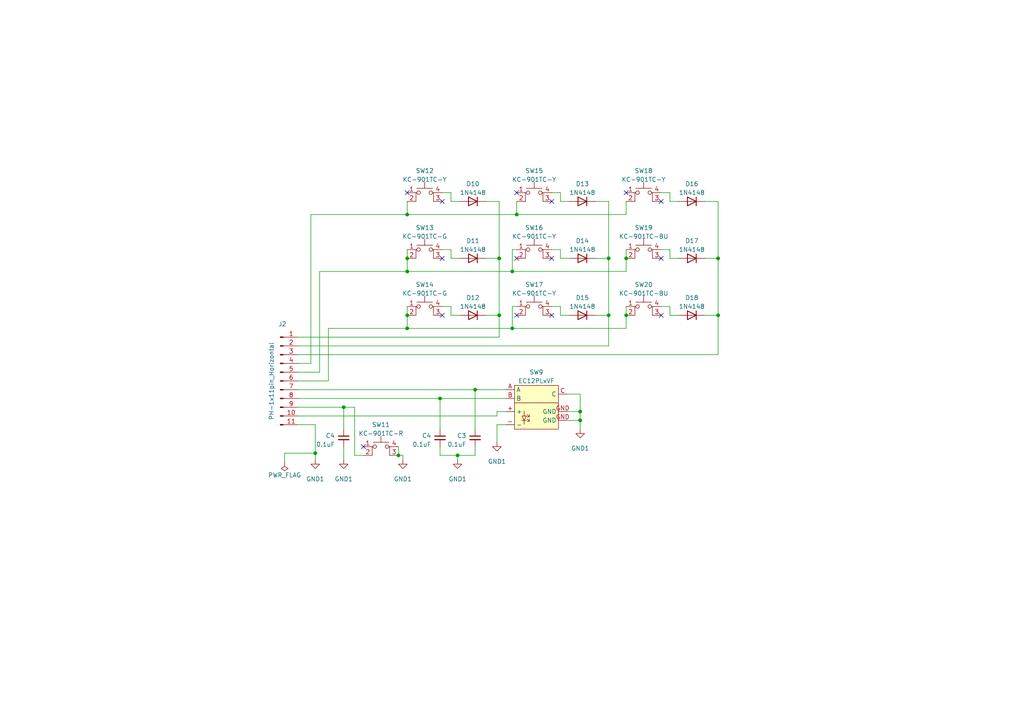
<source format=kicad_sch>
(kicad_sch (version 20230121) (generator eeschema)

  (uuid f924afb4-5240-4f6e-b66d-64e7ec2149ef)

  (paper "A4")

  (lib_symbols
    (symbol "Connector:Conn_01x11_Pin" (pin_names (offset 1.016) hide) (in_bom yes) (on_board yes)
      (property "Reference" "J" (at 0 15.24 0)
        (effects (font (size 1.27 1.27)))
      )
      (property "Value" "Conn_01x11_Pin" (at 0 -15.24 0)
        (effects (font (size 1.27 1.27)))
      )
      (property "Footprint" "" (at 0 0 0)
        (effects (font (size 1.27 1.27)) hide)
      )
      (property "Datasheet" "~" (at 0 0 0)
        (effects (font (size 1.27 1.27)) hide)
      )
      (property "ki_locked" "" (at 0 0 0)
        (effects (font (size 1.27 1.27)))
      )
      (property "ki_keywords" "connector" (at 0 0 0)
        (effects (font (size 1.27 1.27)) hide)
      )
      (property "ki_description" "Generic connector, single row, 01x11, script generated" (at 0 0 0)
        (effects (font (size 1.27 1.27)) hide)
      )
      (property "ki_fp_filters" "Connector*:*_1x??_*" (at 0 0 0)
        (effects (font (size 1.27 1.27)) hide)
      )
      (symbol "Conn_01x11_Pin_1_1"
        (polyline
          (pts
            (xy 1.27 -12.7)
            (xy 0.8636 -12.7)
          )
          (stroke (width 0.1524) (type default))
          (fill (type none))
        )
        (polyline
          (pts
            (xy 1.27 -10.16)
            (xy 0.8636 -10.16)
          )
          (stroke (width 0.1524) (type default))
          (fill (type none))
        )
        (polyline
          (pts
            (xy 1.27 -7.62)
            (xy 0.8636 -7.62)
          )
          (stroke (width 0.1524) (type default))
          (fill (type none))
        )
        (polyline
          (pts
            (xy 1.27 -5.08)
            (xy 0.8636 -5.08)
          )
          (stroke (width 0.1524) (type default))
          (fill (type none))
        )
        (polyline
          (pts
            (xy 1.27 -2.54)
            (xy 0.8636 -2.54)
          )
          (stroke (width 0.1524) (type default))
          (fill (type none))
        )
        (polyline
          (pts
            (xy 1.27 0)
            (xy 0.8636 0)
          )
          (stroke (width 0.1524) (type default))
          (fill (type none))
        )
        (polyline
          (pts
            (xy 1.27 2.54)
            (xy 0.8636 2.54)
          )
          (stroke (width 0.1524) (type default))
          (fill (type none))
        )
        (polyline
          (pts
            (xy 1.27 5.08)
            (xy 0.8636 5.08)
          )
          (stroke (width 0.1524) (type default))
          (fill (type none))
        )
        (polyline
          (pts
            (xy 1.27 7.62)
            (xy 0.8636 7.62)
          )
          (stroke (width 0.1524) (type default))
          (fill (type none))
        )
        (polyline
          (pts
            (xy 1.27 10.16)
            (xy 0.8636 10.16)
          )
          (stroke (width 0.1524) (type default))
          (fill (type none))
        )
        (polyline
          (pts
            (xy 1.27 12.7)
            (xy 0.8636 12.7)
          )
          (stroke (width 0.1524) (type default))
          (fill (type none))
        )
        (rectangle (start 0.8636 -12.573) (end 0 -12.827)
          (stroke (width 0.1524) (type default))
          (fill (type outline))
        )
        (rectangle (start 0.8636 -10.033) (end 0 -10.287)
          (stroke (width 0.1524) (type default))
          (fill (type outline))
        )
        (rectangle (start 0.8636 -7.493) (end 0 -7.747)
          (stroke (width 0.1524) (type default))
          (fill (type outline))
        )
        (rectangle (start 0.8636 -4.953) (end 0 -5.207)
          (stroke (width 0.1524) (type default))
          (fill (type outline))
        )
        (rectangle (start 0.8636 -2.413) (end 0 -2.667)
          (stroke (width 0.1524) (type default))
          (fill (type outline))
        )
        (rectangle (start 0.8636 0.127) (end 0 -0.127)
          (stroke (width 0.1524) (type default))
          (fill (type outline))
        )
        (rectangle (start 0.8636 2.667) (end 0 2.413)
          (stroke (width 0.1524) (type default))
          (fill (type outline))
        )
        (rectangle (start 0.8636 5.207) (end 0 4.953)
          (stroke (width 0.1524) (type default))
          (fill (type outline))
        )
        (rectangle (start 0.8636 7.747) (end 0 7.493)
          (stroke (width 0.1524) (type default))
          (fill (type outline))
        )
        (rectangle (start 0.8636 10.287) (end 0 10.033)
          (stroke (width 0.1524) (type default))
          (fill (type outline))
        )
        (rectangle (start 0.8636 12.827) (end 0 12.573)
          (stroke (width 0.1524) (type default))
          (fill (type outline))
        )
        (pin passive line (at 5.08 12.7 180) (length 3.81)
          (name "Pin_1" (effects (font (size 1.27 1.27))))
          (number "1" (effects (font (size 1.27 1.27))))
        )
        (pin passive line (at 5.08 -10.16 180) (length 3.81)
          (name "Pin_10" (effects (font (size 1.27 1.27))))
          (number "10" (effects (font (size 1.27 1.27))))
        )
        (pin passive line (at 5.08 -12.7 180) (length 3.81)
          (name "Pin_11" (effects (font (size 1.27 1.27))))
          (number "11" (effects (font (size 1.27 1.27))))
        )
        (pin passive line (at 5.08 10.16 180) (length 3.81)
          (name "Pin_2" (effects (font (size 1.27 1.27))))
          (number "2" (effects (font (size 1.27 1.27))))
        )
        (pin passive line (at 5.08 7.62 180) (length 3.81)
          (name "Pin_3" (effects (font (size 1.27 1.27))))
          (number "3" (effects (font (size 1.27 1.27))))
        )
        (pin passive line (at 5.08 5.08 180) (length 3.81)
          (name "Pin_4" (effects (font (size 1.27 1.27))))
          (number "4" (effects (font (size 1.27 1.27))))
        )
        (pin passive line (at 5.08 2.54 180) (length 3.81)
          (name "Pin_5" (effects (font (size 1.27 1.27))))
          (number "5" (effects (font (size 1.27 1.27))))
        )
        (pin passive line (at 5.08 0 180) (length 3.81)
          (name "Pin_6" (effects (font (size 1.27 1.27))))
          (number "6" (effects (font (size 1.27 1.27))))
        )
        (pin passive line (at 5.08 -2.54 180) (length 3.81)
          (name "Pin_7" (effects (font (size 1.27 1.27))))
          (number "7" (effects (font (size 1.27 1.27))))
        )
        (pin passive line (at 5.08 -5.08 180) (length 3.81)
          (name "Pin_8" (effects (font (size 1.27 1.27))))
          (number "8" (effects (font (size 1.27 1.27))))
        )
        (pin passive line (at 5.08 -7.62 180) (length 3.81)
          (name "Pin_9" (effects (font (size 1.27 1.27))))
          (number "9" (effects (font (size 1.27 1.27))))
        )
      )
    )
    (symbol "Device:C_Small" (pin_numbers hide) (pin_names (offset 0.254) hide) (in_bom yes) (on_board yes)
      (property "Reference" "C" (at 0.254 1.778 0)
        (effects (font (size 1.27 1.27)) (justify left))
      )
      (property "Value" "C_Small" (at 0.254 -2.032 0)
        (effects (font (size 1.27 1.27)) (justify left))
      )
      (property "Footprint" "" (at 0 0 0)
        (effects (font (size 1.27 1.27)) hide)
      )
      (property "Datasheet" "~" (at 0 0 0)
        (effects (font (size 1.27 1.27)) hide)
      )
      (property "ki_keywords" "capacitor cap" (at 0 0 0)
        (effects (font (size 1.27 1.27)) hide)
      )
      (property "ki_description" "Unpolarized capacitor, small symbol" (at 0 0 0)
        (effects (font (size 1.27 1.27)) hide)
      )
      (property "ki_fp_filters" "C_*" (at 0 0 0)
        (effects (font (size 1.27 1.27)) hide)
      )
      (symbol "C_Small_0_1"
        (polyline
          (pts
            (xy -1.524 -0.508)
            (xy 1.524 -0.508)
          )
          (stroke (width 0.3302) (type default))
          (fill (type none))
        )
        (polyline
          (pts
            (xy -1.524 0.508)
            (xy 1.524 0.508)
          )
          (stroke (width 0.3048) (type default))
          (fill (type none))
        )
      )
      (symbol "C_Small_1_1"
        (pin passive line (at 0 2.54 270) (length 2.032)
          (name "~" (effects (font (size 1.27 1.27))))
          (number "1" (effects (font (size 1.27 1.27))))
        )
        (pin passive line (at 0 -2.54 90) (length 2.032)
          (name "~" (effects (font (size 1.27 1.27))))
          (number "2" (effects (font (size 1.27 1.27))))
        )
      )
    )
    (symbol "Diode:1N4148W" (pin_numbers hide) (pin_names hide) (in_bom yes) (on_board yes)
      (property "Reference" "D" (at 0 2.54 0)
        (effects (font (size 1.27 1.27)))
      )
      (property "Value" "1N4148W" (at 0 -2.54 0)
        (effects (font (size 1.27 1.27)))
      )
      (property "Footprint" "Diode_SMD:D_SOD-123" (at 0 -4.445 0)
        (effects (font (size 1.27 1.27)) hide)
      )
      (property "Datasheet" "https://www.vishay.com/docs/85748/1n4148w.pdf" (at 0 0 0)
        (effects (font (size 1.27 1.27)) hide)
      )
      (property "Sim.Device" "D" (at 0 0 0)
        (effects (font (size 1.27 1.27)) hide)
      )
      (property "Sim.Pins" "1=K 2=A" (at 0 0 0)
        (effects (font (size 1.27 1.27)) hide)
      )
      (property "ki_keywords" "diode" (at 0 0 0)
        (effects (font (size 1.27 1.27)) hide)
      )
      (property "ki_description" "75V 0.15A Fast Switching Diode, SOD-123" (at 0 0 0)
        (effects (font (size 1.27 1.27)) hide)
      )
      (property "ki_fp_filters" "D*SOD?123*" (at 0 0 0)
        (effects (font (size 1.27 1.27)) hide)
      )
      (symbol "1N4148W_0_1"
        (polyline
          (pts
            (xy -1.27 1.27)
            (xy -1.27 -1.27)
          )
          (stroke (width 0.254) (type default))
          (fill (type none))
        )
        (polyline
          (pts
            (xy 1.27 0)
            (xy -1.27 0)
          )
          (stroke (width 0) (type default))
          (fill (type none))
        )
        (polyline
          (pts
            (xy 1.27 1.27)
            (xy 1.27 -1.27)
            (xy -1.27 0)
            (xy 1.27 1.27)
          )
          (stroke (width 0.254) (type default))
          (fill (type none))
        )
      )
      (symbol "1N4148W_1_1"
        (pin passive line (at -3.81 0 0) (length 2.54)
          (name "K" (effects (font (size 1.27 1.27))))
          (number "1" (effects (font (size 1.27 1.27))))
        )
        (pin passive line (at 3.81 0 180) (length 2.54)
          (name "A" (effects (font (size 1.27 1.27))))
          (number "2" (effects (font (size 1.27 1.27))))
        )
      )
    )
    (symbol "Switch:SW_MEC_5E" (pin_names (offset 1.016) hide) (in_bom yes) (on_board yes)
      (property "Reference" "SW" (at 0.635 5.715 0)
        (effects (font (size 1.27 1.27)) (justify left))
      )
      (property "Value" "SW_MEC_5E" (at 0 -3.175 0)
        (effects (font (size 1.27 1.27)))
      )
      (property "Footprint" "" (at 0 7.62 0)
        (effects (font (size 1.27 1.27)) hide)
      )
      (property "Datasheet" "http://www.apem.com/int/index.php?controller=attachment&id_attachment=1371" (at 0 7.62 0)
        (effects (font (size 1.27 1.27)) hide)
      )
      (property "ki_keywords" "switch normally-open pushbutton push-button" (at 0 0 0)
        (effects (font (size 1.27 1.27)) hide)
      )
      (property "ki_description" "MEC 5E single pole normally-open tactile switch" (at 0 0 0)
        (effects (font (size 1.27 1.27)) hide)
      )
      (property "ki_fp_filters" "SW*MEC*5G*" (at 0 0 0)
        (effects (font (size 1.27 1.27)) hide)
      )
      (symbol "SW_MEC_5E_0_1"
        (circle (center -1.778 2.54) (radius 0.508)
          (stroke (width 0) (type default))
          (fill (type none))
        )
        (polyline
          (pts
            (xy -2.286 3.81)
            (xy 2.286 3.81)
          )
          (stroke (width 0) (type default))
          (fill (type none))
        )
        (polyline
          (pts
            (xy 0 3.81)
            (xy 0 5.588)
          )
          (stroke (width 0) (type default))
          (fill (type none))
        )
        (polyline
          (pts
            (xy -2.54 0)
            (xy -2.54 2.54)
            (xy -2.286 2.54)
          )
          (stroke (width 0) (type default))
          (fill (type none))
        )
        (polyline
          (pts
            (xy 2.54 0)
            (xy 2.54 2.54)
            (xy 2.286 2.54)
          )
          (stroke (width 0) (type default))
          (fill (type none))
        )
        (circle (center 1.778 2.54) (radius 0.508)
          (stroke (width 0) (type default))
          (fill (type none))
        )
        (pin passive line (at -5.08 2.54 0) (length 2.54)
          (name "1" (effects (font (size 1.27 1.27))))
          (number "1" (effects (font (size 1.27 1.27))))
        )
        (pin passive line (at -5.08 0 0) (length 2.54)
          (name "2" (effects (font (size 1.27 1.27))))
          (number "2" (effects (font (size 1.27 1.27))))
        )
        (pin passive line (at 5.08 0 180) (length 2.54)
          (name "K" (effects (font (size 1.27 1.27))))
          (number "3" (effects (font (size 1.27 1.27))))
        )
        (pin passive line (at 5.08 2.54 180) (length 2.54)
          (name "A" (effects (font (size 1.27 1.27))))
          (number "4" (effects (font (size 1.27 1.27))))
        )
      )
    )
    (symbol "akizuki_rotary_encoder:EC12PLxVF" (in_bom yes) (on_board yes)
      (property "Reference" "SW" (at -3.81 7.62 0)
        (effects (font (size 1.27 1.27)))
      )
      (property "Value" "EC12PLxVF" (at 0.254 -7.874 0)
        (effects (font (size 1.27 1.27)))
      )
      (property "Footprint" "" (at -2.54 2.54 0)
        (effects (font (size 1.27 1.27)) hide)
      )
      (property "Datasheet" "" (at -2.54 2.54 0)
        (effects (font (size 1.27 1.27)) hide)
      )
      (symbol "EC12PLxVF_0_1"
        (rectangle (start -6.35 6.35) (end 6.35 -6.35)
          (stroke (width 0) (type default))
          (fill (type background))
        )
        (polyline
          (pts
            (xy 2.032 -4.064)
            (xy 2.667 -3.429)
          )
          (stroke (width 0) (type default))
          (fill (type none))
        )
        (polyline
          (pts
            (xy 2.032 -2.794)
            (xy 2.667 -2.159)
          )
          (stroke (width 0) (type default))
          (fill (type none))
        )
        (polyline
          (pts
            (xy 2.921 -3.81)
            (xy 4.191 -3.81)
          )
          (stroke (width 0) (type default))
          (fill (type none))
        )
        (polyline
          (pts
            (xy 3.556 -4.953)
            (xy 3.556 -3.81)
          )
          (stroke (width 0) (type default))
          (fill (type none))
        )
        (polyline
          (pts
            (xy 3.556 -1.143)
            (xy 3.556 -2.54)
          )
          (stroke (width 0) (type default))
          (fill (type none))
        )
        (polyline
          (pts
            (xy 6.35 1.27)
            (xy -6.35 1.27)
          )
          (stroke (width 0) (type default))
          (fill (type none))
        )
        (polyline
          (pts
            (xy 2.032 -3.429)
            (xy 2.032 -4.064)
            (xy 2.667 -4.064)
          )
          (stroke (width 0) (type default))
          (fill (type none))
        )
        (polyline
          (pts
            (xy 2.032 -2.159)
            (xy 2.032 -2.794)
            (xy 2.667 -2.794)
          )
          (stroke (width 0) (type default))
          (fill (type none))
        )
        (polyline
          (pts
            (xy 2.921 -2.54)
            (xy 4.191 -2.54)
            (xy 3.556 -3.81)
            (xy 2.921 -2.54)
          )
          (stroke (width 0) (type default))
          (fill (type none))
        )
      )
      (symbol "EC12PLxVF_1_1"
        (pin passive line (at 8.89 -1.27 180) (length 2.54)
          (name "+" (effects (font (size 1.27 1.27))))
          (number "+" (effects (font (size 1.27 1.27))))
        )
        (pin passive line (at 8.89 -5.08 180) (length 2.54)
          (name "-" (effects (font (size 1.27 1.27))))
          (number "-" (effects (font (size 1.27 1.27))))
        )
        (pin passive line (at 8.89 5.08 180) (length 2.54)
          (name "A" (effects (font (size 1.27 1.27))))
          (number "A" (effects (font (size 1.27 1.27))))
        )
        (pin passive line (at 8.89 2.54 180) (length 2.54)
          (name "B" (effects (font (size 1.27 1.27))))
          (number "B" (effects (font (size 1.27 1.27))))
        )
        (pin passive line (at -8.89 3.81 0) (length 2.54)
          (name "C" (effects (font (size 1.27 1.27))))
          (number "C" (effects (font (size 1.27 1.27))))
        )
        (pin passive line (at -8.89 -3.81 0) (length 2.54)
          (name "GND" (effects (font (size 1.27 1.27))))
          (number "GND" (effects (font (size 1.27 1.27))))
        )
        (pin passive line (at -8.89 -1.27 0) (length 2.54)
          (name "GND" (effects (font (size 1.27 1.27))))
          (number "GND" (effects (font (size 1.27 1.27))))
        )
      )
    )
    (symbol "power:GND1" (power) (pin_names (offset 0)) (in_bom yes) (on_board yes)
      (property "Reference" "#PWR" (at 0 -6.35 0)
        (effects (font (size 1.27 1.27)) hide)
      )
      (property "Value" "GND1" (at 0 -3.81 0)
        (effects (font (size 1.27 1.27)))
      )
      (property "Footprint" "" (at 0 0 0)
        (effects (font (size 1.27 1.27)) hide)
      )
      (property "Datasheet" "" (at 0 0 0)
        (effects (font (size 1.27 1.27)) hide)
      )
      (property "ki_keywords" "global power" (at 0 0 0)
        (effects (font (size 1.27 1.27)) hide)
      )
      (property "ki_description" "Power symbol creates a global label with name \"GND1\" , ground" (at 0 0 0)
        (effects (font (size 1.27 1.27)) hide)
      )
      (symbol "GND1_0_1"
        (polyline
          (pts
            (xy 0 0)
            (xy 0 -1.27)
            (xy 1.27 -1.27)
            (xy 0 -2.54)
            (xy -1.27 -1.27)
            (xy 0 -1.27)
          )
          (stroke (width 0) (type default))
          (fill (type none))
        )
      )
      (symbol "GND1_1_1"
        (pin power_in line (at 0 0 270) (length 0) hide
          (name "GND1" (effects (font (size 1.27 1.27))))
          (number "1" (effects (font (size 1.27 1.27))))
        )
      )
    )
    (symbol "power:PWR_FLAG" (power) (pin_numbers hide) (pin_names (offset 0) hide) (in_bom yes) (on_board yes)
      (property "Reference" "#FLG" (at 0 1.905 0)
        (effects (font (size 1.27 1.27)) hide)
      )
      (property "Value" "PWR_FLAG" (at 0 3.81 0)
        (effects (font (size 1.27 1.27)))
      )
      (property "Footprint" "" (at 0 0 0)
        (effects (font (size 1.27 1.27)) hide)
      )
      (property "Datasheet" "~" (at 0 0 0)
        (effects (font (size 1.27 1.27)) hide)
      )
      (property "ki_keywords" "flag power" (at 0 0 0)
        (effects (font (size 1.27 1.27)) hide)
      )
      (property "ki_description" "Special symbol for telling ERC where power comes from" (at 0 0 0)
        (effects (font (size 1.27 1.27)) hide)
      )
      (symbol "PWR_FLAG_0_0"
        (pin power_out line (at 0 0 90) (length 0)
          (name "pwr" (effects (font (size 1.27 1.27))))
          (number "1" (effects (font (size 1.27 1.27))))
        )
      )
      (symbol "PWR_FLAG_0_1"
        (polyline
          (pts
            (xy 0 0)
            (xy 0 1.27)
            (xy -1.016 1.905)
            (xy 0 2.54)
            (xy 1.016 1.905)
            (xy 0 1.27)
          )
          (stroke (width 0) (type default))
          (fill (type none))
        )
      )
    )
  )

  (junction (at 127.635 115.57) (diameter 0) (color 0 0 0 0)
    (uuid 023410e2-0148-466c-98e0-3195f06262c4)
  )
  (junction (at 208.28 74.93) (diameter 0) (color 0 0 0 0)
    (uuid 0c0fd893-5557-4c82-a688-7e04c0a0c08b)
  )
  (junction (at 144.78 74.93) (diameter 0) (color 0 0 0 0)
    (uuid 0f88c164-3139-4366-98c1-e1b80ab0cd0c)
  )
  (junction (at 118.11 62.23) (diameter 0) (color 0 0 0 0)
    (uuid 259e325e-c663-4256-a72b-2e4dbb9dfe87)
  )
  (junction (at 181.61 91.44) (diameter 0) (color 0 0 0 0)
    (uuid 279491b4-a39e-4c96-86b6-84bcf605c293)
  )
  (junction (at 115.57 132.08) (diameter 0) (color 0 0 0 0)
    (uuid 373dc394-0c0e-495e-8460-ae7c943a3bba)
  )
  (junction (at 176.53 91.44) (diameter 0) (color 0 0 0 0)
    (uuid 3742210a-bf44-4499-97de-adff9fb84257)
  )
  (junction (at 148.59 95.25) (diameter 0) (color 0 0 0 0)
    (uuid 4e049863-50de-43c3-bb34-b5bd8b946721)
  )
  (junction (at 208.28 91.44) (diameter 0) (color 0 0 0 0)
    (uuid 4ed18482-c204-4a2e-9de6-b76e9e08dec7)
  )
  (junction (at 168.275 121.92) (diameter 0) (color 0 0 0 0)
    (uuid 4f7bbe92-39e6-453c-b28e-35bcc21cfccc)
  )
  (junction (at 118.11 78.74) (diameter 0) (color 0 0 0 0)
    (uuid 6069d1d6-ce26-4f65-a622-0a8dc4ab2ac2)
  )
  (junction (at 149.86 62.23) (diameter 0) (color 0 0 0 0)
    (uuid 6122d935-c2db-4762-941a-5e17646bf1fd)
  )
  (junction (at 91.44 131.445) (diameter 0) (color 0 0 0 0)
    (uuid 66b1e56d-7bf1-4bdc-b469-2176baaea3f9)
  )
  (junction (at 99.695 118.11) (diameter 0) (color 0 0 0 0)
    (uuid 6eab02fa-ac99-4116-a278-06cbacd92425)
  )
  (junction (at 181.61 74.93) (diameter 0) (color 0 0 0 0)
    (uuid 7173d2a7-040c-4eae-8a9e-852cac2f317c)
  )
  (junction (at 118.11 91.44) (diameter 0) (color 0 0 0 0)
    (uuid 7944cd7f-61b3-48db-97e7-6b2dedf2ffc1)
  )
  (junction (at 176.53 74.93) (diameter 0) (color 0 0 0 0)
    (uuid b676ba76-dcbf-4f0d-b379-472cf897dace)
  )
  (junction (at 148.59 78.74) (diameter 0) (color 0 0 0 0)
    (uuid cb0c330c-d246-4951-ab1a-90a6ae5bc66b)
  )
  (junction (at 137.795 113.03) (diameter 0) (color 0 0 0 0)
    (uuid d1b1172a-e935-4b1f-a54c-9162cd66f08e)
  )
  (junction (at 118.11 95.25) (diameter 0) (color 0 0 0 0)
    (uuid d8f8abc7-31b1-474a-8098-d10a333fd6ac)
  )
  (junction (at 144.78 91.44) (diameter 0) (color 0 0 0 0)
    (uuid df42b50b-2333-4cac-9b1c-79b51557c9c4)
  )
  (junction (at 168.275 119.38) (diameter 0) (color 0 0 0 0)
    (uuid e9862ed2-0764-4f4b-964b-dfdc93441eec)
  )
  (junction (at 118.11 74.93) (diameter 0) (color 0 0 0 0)
    (uuid f4f3ed87-57fb-4736-a0c7-d8055afdfb3c)
  )
  (junction (at 132.715 132.08) (diameter 0) (color 0 0 0 0)
    (uuid f62d45c9-a946-47ca-a729-68f8b93cde0c)
  )

  (no_connect (at 118.11 55.88) (uuid 04f74045-930e-438b-8daf-bc343fd4ec81))
  (no_connect (at 105.41 129.54) (uuid 0740f621-3bd7-4c63-a33d-562e07050541))
  (no_connect (at 191.77 91.44) (uuid 0d5468ae-0e69-4088-b79b-751cc0a37c1b))
  (no_connect (at 128.27 91.44) (uuid 280db7ea-1da2-48b3-b2ac-72a1e9963ca4))
  (no_connect (at 128.27 74.93) (uuid 294ae2f9-876d-42db-b138-8baa993daff9))
  (no_connect (at 191.77 74.93) (uuid 315deb73-e9ec-49a6-a59d-71a9be81f6d5))
  (no_connect (at 160.02 58.42) (uuid 3b8f559f-8156-4073-bc93-32675e60ef97))
  (no_connect (at 191.77 58.42) (uuid 3d1d632c-5cdb-4e91-8fc8-af4369779097))
  (no_connect (at 149.86 74.93) (uuid 4cb30fd8-5dd6-4e1d-97ec-4321d134e2f0))
  (no_connect (at 181.61 55.88) (uuid 66680e51-81eb-48b8-bdb6-b420ee0ae3a6))
  (no_connect (at 149.86 55.88) (uuid 827f43d4-8f65-486d-8063-97083d51e1cc))
  (no_connect (at 149.86 91.44) (uuid c4954ec0-e732-4a7d-8dfa-d4a2ee3e32bb))
  (no_connect (at 160.02 74.93) (uuid f3bd1974-6364-4883-8ee0-b055947f4379))
  (no_connect (at 160.02 91.44) (uuid f51a9203-c66e-4ff9-ae07-71185b64646b))
  (no_connect (at 128.27 58.42) (uuid ff6a1415-c551-41dc-874b-0695e4f970f8))

  (wire (pts (xy 144.78 97.79) (xy 144.78 91.44))
    (stroke (width 0) (type default))
    (uuid 000829ca-07ad-49cb-80fe-f3d60863686e)
  )
  (wire (pts (xy 176.53 74.93) (xy 176.53 91.44))
    (stroke (width 0) (type default))
    (uuid 04398f55-535d-4aca-99a7-e9a45a26efc6)
  )
  (wire (pts (xy 176.53 58.42) (xy 176.53 74.93))
    (stroke (width 0) (type default))
    (uuid 051f9621-305a-4c39-ac06-eb0f1d1b73a1)
  )
  (wire (pts (xy 194.31 55.88) (xy 194.31 58.42))
    (stroke (width 0) (type default))
    (uuid 0ec0351f-1bb8-40c1-a3f0-a40ff7b270fe)
  )
  (wire (pts (xy 162.56 55.88) (xy 160.02 55.88))
    (stroke (width 0) (type default))
    (uuid 102df566-31ac-4775-bc88-816788b80e7f)
  )
  (wire (pts (xy 194.31 91.44) (xy 196.85 91.44))
    (stroke (width 0) (type default))
    (uuid 10539e99-47f8-4371-975a-a30c27ee3128)
  )
  (wire (pts (xy 149.86 62.23) (xy 181.61 62.23))
    (stroke (width 0) (type default))
    (uuid 17086040-9527-41a4-9d1a-69a1dc8838a5)
  )
  (wire (pts (xy 86.36 113.03) (xy 137.795 113.03))
    (stroke (width 0) (type default))
    (uuid 19ba3121-4f01-4a4d-b8b7-0c7697b30758)
  )
  (wire (pts (xy 162.56 88.9) (xy 162.56 91.44))
    (stroke (width 0) (type default))
    (uuid 1b3f4c1a-8c9f-4b89-84ac-5733afaae012)
  )
  (wire (pts (xy 82.55 133.985) (xy 82.55 131.445))
    (stroke (width 0) (type default))
    (uuid 1bfc8aa0-c355-489b-a4bb-e1c1096b792d)
  )
  (wire (pts (xy 168.275 121.92) (xy 168.275 124.46))
    (stroke (width 0) (type default))
    (uuid 1d575d4c-b6ad-4d31-866c-8abe7881b7ab)
  )
  (wire (pts (xy 130.81 72.39) (xy 128.27 72.39))
    (stroke (width 0) (type default))
    (uuid 279dddfc-4f2c-467b-bb59-e906c515989c)
  )
  (wire (pts (xy 99.695 118.11) (xy 99.695 124.46))
    (stroke (width 0) (type default))
    (uuid 2a2e2c53-b363-4ceb-8952-45c6ed246f08)
  )
  (wire (pts (xy 146.685 123.19) (xy 144.145 123.19))
    (stroke (width 0) (type default))
    (uuid 2bc31e17-0215-4432-a281-dcc457e0811f)
  )
  (wire (pts (xy 172.72 58.42) (xy 176.53 58.42))
    (stroke (width 0) (type default))
    (uuid 2ca1753a-452a-4efa-b8e4-2e700585901c)
  )
  (wire (pts (xy 102.87 118.11) (xy 102.87 132.08))
    (stroke (width 0) (type default))
    (uuid 30ced00c-7d42-4a69-af74-d58d2f702ef9)
  )
  (wire (pts (xy 168.275 114.3) (xy 168.275 119.38))
    (stroke (width 0) (type default))
    (uuid 30d0d41f-f84c-4585-84f8-ae8492edd29d)
  )
  (wire (pts (xy 82.55 131.445) (xy 91.44 131.445))
    (stroke (width 0) (type default))
    (uuid 399a4fb4-491c-4377-ad2b-114830bb0e03)
  )
  (wire (pts (xy 148.59 88.9) (xy 149.86 88.9))
    (stroke (width 0) (type default))
    (uuid 3e4cf823-59fe-4394-ab26-a0026462a823)
  )
  (wire (pts (xy 144.145 119.38) (xy 146.685 119.38))
    (stroke (width 0) (type default))
    (uuid 3fb76455-69c9-454c-966d-482a472dc2c3)
  )
  (wire (pts (xy 137.795 113.03) (xy 137.795 124.46))
    (stroke (width 0) (type default))
    (uuid 4462f1b8-9a82-4879-885e-ca1d60f12c4a)
  )
  (wire (pts (xy 86.36 120.65) (xy 144.145 120.65))
    (stroke (width 0) (type default))
    (uuid 44927cd8-40ea-4cb9-bde6-5d8a675a72fd)
  )
  (wire (pts (xy 176.53 91.44) (xy 172.72 91.44))
    (stroke (width 0) (type default))
    (uuid 44c610e2-6479-4b54-951a-640f43be3649)
  )
  (wire (pts (xy 92.71 107.95) (xy 92.71 78.74))
    (stroke (width 0) (type default))
    (uuid 461b1bfb-98bd-48ff-b8c2-84449535bd32)
  )
  (wire (pts (xy 140.97 74.93) (xy 144.78 74.93))
    (stroke (width 0) (type default))
    (uuid 49c29d4b-0c33-4c50-94be-67bf15c51f2a)
  )
  (wire (pts (xy 130.81 55.88) (xy 128.27 55.88))
    (stroke (width 0) (type default))
    (uuid 4c35b86c-ec8a-401d-861d-51305ef0fe67)
  )
  (wire (pts (xy 86.36 115.57) (xy 127.635 115.57))
    (stroke (width 0) (type default))
    (uuid 4e877638-e53a-427b-a727-f63d80801f8f)
  )
  (wire (pts (xy 194.31 58.42) (xy 196.85 58.42))
    (stroke (width 0) (type default))
    (uuid 4eb4fcdf-6f14-4a44-9b8a-f981504b65e1)
  )
  (wire (pts (xy 194.31 74.93) (xy 196.85 74.93))
    (stroke (width 0) (type default))
    (uuid 52a868cf-be78-41fd-bc03-7779ecfb6d33)
  )
  (wire (pts (xy 99.695 118.11) (xy 102.87 118.11))
    (stroke (width 0) (type default))
    (uuid 532a8670-31f7-41e0-b9ec-4d527590dcf5)
  )
  (wire (pts (xy 148.59 88.9) (xy 148.59 95.25))
    (stroke (width 0) (type default))
    (uuid 5338da9b-cada-4f15-8c1e-7afd1aae61e8)
  )
  (wire (pts (xy 86.36 105.41) (xy 90.17 105.41))
    (stroke (width 0) (type default))
    (uuid 54bc6b29-2c07-4ecd-b2d7-aa8aceaa752d)
  )
  (wire (pts (xy 144.78 58.42) (xy 144.78 74.93))
    (stroke (width 0) (type default))
    (uuid 54d6cd09-3236-44ad-92cb-36c18e4bc435)
  )
  (wire (pts (xy 168.275 119.38) (xy 168.275 121.92))
    (stroke (width 0) (type default))
    (uuid 550a918d-a9cf-4b0c-b8ee-c6dac3dcc254)
  )
  (wire (pts (xy 137.795 113.03) (xy 146.685 113.03))
    (stroke (width 0) (type default))
    (uuid 58d14f08-558c-410c-8a35-992d8e03e750)
  )
  (wire (pts (xy 127.635 129.54) (xy 127.635 132.08))
    (stroke (width 0) (type default))
    (uuid 5a818fa5-0fc2-4797-9bf0-049ee5029f5f)
  )
  (wire (pts (xy 144.145 120.65) (xy 144.145 119.38))
    (stroke (width 0) (type default))
    (uuid 5fa262ff-fec2-4d11-ab12-614bc5a131da)
  )
  (wire (pts (xy 148.59 95.25) (xy 181.61 95.25))
    (stroke (width 0) (type default))
    (uuid 64d273e2-2928-4270-9fa0-e3d213fb80bb)
  )
  (wire (pts (xy 118.11 95.25) (xy 148.59 95.25))
    (stroke (width 0) (type default))
    (uuid 6582e210-0aa8-4cf3-8be6-399599ddd0cf)
  )
  (wire (pts (xy 181.61 72.39) (xy 181.61 74.93))
    (stroke (width 0) (type default))
    (uuid 69e58bd1-280e-4ea4-93db-ada310d25cd7)
  )
  (wire (pts (xy 181.61 78.74) (xy 181.61 74.93))
    (stroke (width 0) (type default))
    (uuid 6d75ee90-2427-4e9f-b237-273f26ce593b)
  )
  (wire (pts (xy 90.17 62.23) (xy 118.11 62.23))
    (stroke (width 0) (type default))
    (uuid 70119556-8fcf-4d24-8414-bf45b25281c8)
  )
  (wire (pts (xy 86.36 123.19) (xy 91.44 123.19))
    (stroke (width 0) (type default))
    (uuid 71584603-6835-4114-8743-4d8395a50d3e)
  )
  (wire (pts (xy 86.36 118.11) (xy 99.695 118.11))
    (stroke (width 0) (type default))
    (uuid 7973ce59-74af-4c00-b091-5488811b30fc)
  )
  (wire (pts (xy 172.72 74.93) (xy 176.53 74.93))
    (stroke (width 0) (type default))
    (uuid 7cdb6153-fce6-4b6f-bc9c-71ab770705c2)
  )
  (wire (pts (xy 118.11 58.42) (xy 118.11 62.23))
    (stroke (width 0) (type default))
    (uuid 7e1f0fa9-282d-443f-aad4-27bc0c75f6df)
  )
  (wire (pts (xy 132.715 132.08) (xy 132.715 133.35))
    (stroke (width 0) (type default))
    (uuid 7e9fbe12-7736-4640-94a1-d98563fecb0d)
  )
  (wire (pts (xy 130.81 72.39) (xy 130.81 74.93))
    (stroke (width 0) (type default))
    (uuid 82fd8efe-8bd2-4219-bde2-f4383f845f78)
  )
  (wire (pts (xy 204.47 74.93) (xy 208.28 74.93))
    (stroke (width 0) (type default))
    (uuid 876b6084-5e9e-4ccc-9495-90182b0b67b5)
  )
  (wire (pts (xy 176.53 100.33) (xy 176.53 91.44))
    (stroke (width 0) (type default))
    (uuid 8893aa67-d492-46ed-913c-3d421459694a)
  )
  (wire (pts (xy 194.31 55.88) (xy 191.77 55.88))
    (stroke (width 0) (type default))
    (uuid 88d074f4-6da5-44c8-9b8e-5217da3589b5)
  )
  (wire (pts (xy 149.86 58.42) (xy 149.86 62.23))
    (stroke (width 0) (type default))
    (uuid 8a1254d1-c436-4ce9-8258-e10df748ca9b)
  )
  (wire (pts (xy 162.56 74.93) (xy 165.1 74.93))
    (stroke (width 0) (type default))
    (uuid 8bb5e4ec-33bd-4e71-aa35-692dcb2c8fd3)
  )
  (wire (pts (xy 127.635 124.46) (xy 127.635 115.57))
    (stroke (width 0) (type default))
    (uuid 8feaf997-0f61-4423-b417-875bad0860f6)
  )
  (wire (pts (xy 91.44 123.19) (xy 91.44 131.445))
    (stroke (width 0) (type default))
    (uuid 9299c8c9-5e4b-4852-a16c-454d99b34640)
  )
  (wire (pts (xy 118.11 62.23) (xy 149.86 62.23))
    (stroke (width 0) (type default))
    (uuid 9355becb-b60a-4b43-b0a5-7cad9adffd6a)
  )
  (wire (pts (xy 127.635 115.57) (xy 146.685 115.57))
    (stroke (width 0) (type default))
    (uuid 93c47fc4-7abc-414a-8772-4beedd20b2fb)
  )
  (wire (pts (xy 118.11 88.9) (xy 118.11 91.44))
    (stroke (width 0) (type default))
    (uuid 949dc2f3-689d-443a-ab0d-80b480ab6be0)
  )
  (wire (pts (xy 130.81 58.42) (xy 133.35 58.42))
    (stroke (width 0) (type default))
    (uuid 94bb7fc4-f96b-44f3-9a13-9fc241374efd)
  )
  (wire (pts (xy 92.71 78.74) (xy 118.11 78.74))
    (stroke (width 0) (type default))
    (uuid 9b849556-2103-4cfe-8762-eceaeac4bd44)
  )
  (wire (pts (xy 148.59 72.39) (xy 148.59 78.74))
    (stroke (width 0) (type default))
    (uuid 9da0f241-9d0e-4442-b929-dc5e3a130d35)
  )
  (wire (pts (xy 95.25 95.25) (xy 118.11 95.25))
    (stroke (width 0) (type default))
    (uuid 9dbf96e6-316d-4e2c-b46f-49e4841eb042)
  )
  (wire (pts (xy 162.56 91.44) (xy 165.1 91.44))
    (stroke (width 0) (type default))
    (uuid 9ea6a7b5-3144-45d8-a69f-609e61cfe80e)
  )
  (wire (pts (xy 194.31 72.39) (xy 191.77 72.39))
    (stroke (width 0) (type default))
    (uuid a3da3643-09ff-4d14-9ef8-bc0df31fbe09)
  )
  (wire (pts (xy 130.81 88.9) (xy 128.27 88.9))
    (stroke (width 0) (type default))
    (uuid a517a3a1-4b82-45c7-a042-90349cff4984)
  )
  (wire (pts (xy 164.465 121.92) (xy 168.275 121.92))
    (stroke (width 0) (type default))
    (uuid a64ef967-8899-478d-b810-2be54c2df1cf)
  )
  (wire (pts (xy 118.11 72.39) (xy 118.11 74.93))
    (stroke (width 0) (type default))
    (uuid a8a2af2d-af81-405b-9c95-c5d45a454683)
  )
  (wire (pts (xy 162.56 55.88) (xy 162.56 58.42))
    (stroke (width 0) (type default))
    (uuid ac262150-3c40-4f5b-8b11-47da57bf08d1)
  )
  (wire (pts (xy 86.36 97.79) (xy 144.78 97.79))
    (stroke (width 0) (type default))
    (uuid ac544952-e65d-4b15-aa64-94048a285e2f)
  )
  (wire (pts (xy 86.36 107.95) (xy 92.71 107.95))
    (stroke (width 0) (type default))
    (uuid adc71ae8-32a5-4fc9-bd76-7c645b925e82)
  )
  (wire (pts (xy 144.78 74.93) (xy 144.78 91.44))
    (stroke (width 0) (type default))
    (uuid b28e825d-57a6-4381-b3d4-783df6a53420)
  )
  (wire (pts (xy 102.87 132.08) (xy 105.41 132.08))
    (stroke (width 0) (type default))
    (uuid b30eb807-a51d-4c96-ba03-966737653032)
  )
  (wire (pts (xy 194.31 72.39) (xy 194.31 74.93))
    (stroke (width 0) (type default))
    (uuid b4aa6650-39f7-4fde-8a6e-54be829708af)
  )
  (wire (pts (xy 86.36 102.87) (xy 208.28 102.87))
    (stroke (width 0) (type default))
    (uuid b8faa991-f141-41e6-8413-996564b8a07f)
  )
  (wire (pts (xy 162.56 88.9) (xy 160.02 88.9))
    (stroke (width 0) (type default))
    (uuid bcb88cd2-867b-45b8-984c-297018444106)
  )
  (wire (pts (xy 130.81 91.44) (xy 133.35 91.44))
    (stroke (width 0) (type default))
    (uuid bed64089-5228-4dae-9b25-a7a112990e9e)
  )
  (wire (pts (xy 204.47 58.42) (xy 208.28 58.42))
    (stroke (width 0) (type default))
    (uuid c1722ecf-15f3-4cfc-a89d-221d924fcb2d)
  )
  (wire (pts (xy 86.36 100.33) (xy 176.53 100.33))
    (stroke (width 0) (type default))
    (uuid c1ec2929-609e-4f7c-8aa9-ce144369fc17)
  )
  (wire (pts (xy 144.78 91.44) (xy 140.97 91.44))
    (stroke (width 0) (type default))
    (uuid c2125d43-55b0-460b-924b-e9afa7edc4e7)
  )
  (wire (pts (xy 118.11 74.93) (xy 118.11 78.74))
    (stroke (width 0) (type default))
    (uuid c27b0928-2383-41f9-af71-31ff6e0b88b3)
  )
  (wire (pts (xy 137.795 132.08) (xy 132.715 132.08))
    (stroke (width 0) (type default))
    (uuid c34bc81e-279a-463f-a84c-f8ac8565cd44)
  )
  (wire (pts (xy 90.17 105.41) (xy 90.17 62.23))
    (stroke (width 0) (type default))
    (uuid c3c38837-0a98-42cb-a450-f2bbda9cad7c)
  )
  (wire (pts (xy 130.81 88.9) (xy 130.81 91.44))
    (stroke (width 0) (type default))
    (uuid c733dae0-a20e-44d1-a972-b45e94d97507)
  )
  (wire (pts (xy 208.28 91.44) (xy 204.47 91.44))
    (stroke (width 0) (type default))
    (uuid c9549bf5-b23a-487d-8fb5-d896f9a6ea64)
  )
  (wire (pts (xy 118.11 78.74) (xy 148.59 78.74))
    (stroke (width 0) (type default))
    (uuid caa8b665-46ad-4110-a1e3-da63ca3343e8)
  )
  (wire (pts (xy 118.11 91.44) (xy 118.11 95.25))
    (stroke (width 0) (type default))
    (uuid cd912c20-8e1c-4978-9a4f-e165e93a6e61)
  )
  (wire (pts (xy 181.61 62.23) (xy 181.61 58.42))
    (stroke (width 0) (type default))
    (uuid cdb2df8f-d20f-47cd-a245-bc4af6e70673)
  )
  (wire (pts (xy 208.28 74.93) (xy 208.28 91.44))
    (stroke (width 0) (type default))
    (uuid d00dc5d5-984e-4624-adaa-2541ee1aa25d)
  )
  (wire (pts (xy 162.56 72.39) (xy 160.02 72.39))
    (stroke (width 0) (type default))
    (uuid d0c76073-98b6-4b48-ac0a-2ca15c335b1e)
  )
  (wire (pts (xy 116.84 132.08) (xy 116.84 133.35))
    (stroke (width 0) (type default))
    (uuid d15f2e7a-cef0-4f95-a32f-4e37594638e2)
  )
  (wire (pts (xy 162.56 72.39) (xy 162.56 74.93))
    (stroke (width 0) (type default))
    (uuid d25067b6-c27e-45de-8ab6-c2e97b0acdcf)
  )
  (wire (pts (xy 140.97 58.42) (xy 144.78 58.42))
    (stroke (width 0) (type default))
    (uuid d5a5691c-9dc4-4a8a-b2e8-429268f87085)
  )
  (wire (pts (xy 115.57 132.08) (xy 116.84 132.08))
    (stroke (width 0) (type default))
    (uuid db4440e1-ad20-4cf8-be96-473d4f24c1ca)
  )
  (wire (pts (xy 86.36 110.49) (xy 95.25 110.49))
    (stroke (width 0) (type default))
    (uuid dc1ca110-eaa9-4144-beda-106ebe02764c)
  )
  (wire (pts (xy 181.61 95.25) (xy 181.61 91.44))
    (stroke (width 0) (type default))
    (uuid dd27b37a-6943-4c79-9cf7-9d51fccebe73)
  )
  (wire (pts (xy 181.61 88.9) (xy 181.61 91.44))
    (stroke (width 0) (type default))
    (uuid e3971392-51e4-4de4-86e5-a721fe48621f)
  )
  (wire (pts (xy 144.145 123.19) (xy 144.145 128.27))
    (stroke (width 0) (type default))
    (uuid e3b50762-2c72-4a04-9b44-ac903ace80e1)
  )
  (wire (pts (xy 208.28 58.42) (xy 208.28 74.93))
    (stroke (width 0) (type default))
    (uuid e4668538-46f1-4238-bcb7-32346c3ec2ff)
  )
  (wire (pts (xy 148.59 78.74) (xy 181.61 78.74))
    (stroke (width 0) (type default))
    (uuid e6a9e78e-dfe0-4a69-a41b-1aa3a6c1ca5c)
  )
  (wire (pts (xy 164.465 114.3) (xy 168.275 114.3))
    (stroke (width 0) (type default))
    (uuid e75d5ece-7c52-4064-bb65-863a65a01913)
  )
  (wire (pts (xy 130.81 74.93) (xy 133.35 74.93))
    (stroke (width 0) (type default))
    (uuid e7aa333a-6f31-4300-a702-119992c633ca)
  )
  (wire (pts (xy 130.81 55.88) (xy 130.81 58.42))
    (stroke (width 0) (type default))
    (uuid e93a513a-2ff7-4ce4-92ba-a0c8b9a7a357)
  )
  (wire (pts (xy 164.465 119.38) (xy 168.275 119.38))
    (stroke (width 0) (type default))
    (uuid e9beeeff-a509-4032-a41b-4eead382682d)
  )
  (wire (pts (xy 127.635 132.08) (xy 132.715 132.08))
    (stroke (width 0) (type default))
    (uuid eb58212c-4b71-425a-b250-65ade1c8dcca)
  )
  (wire (pts (xy 194.31 88.9) (xy 194.31 91.44))
    (stroke (width 0) (type default))
    (uuid ed24a990-91c4-48f0-ba01-beac1d24a464)
  )
  (wire (pts (xy 99.695 129.54) (xy 99.695 133.35))
    (stroke (width 0) (type default))
    (uuid ed985f2b-bb77-4396-9213-73b146227699)
  )
  (wire (pts (xy 91.44 131.445) (xy 91.44 133.35))
    (stroke (width 0) (type default))
    (uuid f0a74959-d07b-4c80-a00c-cec8b27e6169)
  )
  (wire (pts (xy 194.31 88.9) (xy 191.77 88.9))
    (stroke (width 0) (type default))
    (uuid f1243d9f-57c7-4899-9a2a-31d7251f726e)
  )
  (wire (pts (xy 95.25 110.49) (xy 95.25 95.25))
    (stroke (width 0) (type default))
    (uuid f2f5cbab-acd4-4b2f-806c-79da677dbcdd)
  )
  (wire (pts (xy 148.59 72.39) (xy 149.86 72.39))
    (stroke (width 0) (type default))
    (uuid f3a59388-d1e1-4562-85e0-539d25203b22)
  )
  (wire (pts (xy 208.28 102.87) (xy 208.28 91.44))
    (stroke (width 0) (type default))
    (uuid fa2f348b-217a-487c-8ad1-014166153f9f)
  )
  (wire (pts (xy 137.795 129.54) (xy 137.795 132.08))
    (stroke (width 0) (type default))
    (uuid fa78707c-b70c-4b2c-98d8-b48349f2762f)
  )
  (wire (pts (xy 162.56 58.42) (xy 165.1 58.42))
    (stroke (width 0) (type default))
    (uuid fbd0a444-1e2e-4c1a-9ad6-a6b01659686a)
  )
  (wire (pts (xy 115.57 129.54) (xy 115.57 132.08))
    (stroke (width 0) (type default))
    (uuid fed032c5-4e8a-401e-8200-7433038fe3a0)
  )

  (symbol (lib_id "Switch:SW_MEC_5E") (at 186.69 91.44 0) (unit 1)
    (in_bom yes) (on_board yes) (dnp no) (fields_autoplaced)
    (uuid 0227607b-acbc-4367-98a0-c01d87c89582)
    (property "Reference" "SW20" (at 186.69 82.55 0)
      (effects (font (size 1.27 1.27)))
    )
    (property "Value" "KC-901TC-BU" (at 186.69 85.09 0)
      (effects (font (size 1.27 1.27)))
    )
    (property "Footprint" "marutsu_eol:KC-901TC-BU" (at 186.69 83.82 0)
      (effects (font (size 1.27 1.27)) hide)
    )
    (property "Datasheet" "http://www.apem.com/int/index.php?controller=attachment&id_attachment=1371" (at 186.69 83.82 0)
      (effects (font (size 1.27 1.27)) hide)
    )
    (pin "1" (uuid 33511417-a783-488b-bbd2-d79261c23a48))
    (pin "2" (uuid 3bc525f5-c415-4714-bf6e-72c2d8d18553))
    (pin "3" (uuid ebc8ea71-cc59-4682-a497-865943baef51))
    (pin "4" (uuid 65a378d7-001b-478f-b24e-7dd63a25eea7))
    (instances
      (project "main"
        (path "/5093e136-bc6a-448f-8bb7-a029192fbd84"
          (reference "SW20") (unit 1)
        )
        (path "/5093e136-bc6a-448f-8bb7-a029192fbd84/6fa9678a-789e-489e-b3c4-45ddfaa247ec"
          (reference "SW12") (unit 1)
        )
      )
    )
  )

  (symbol (lib_id "Device:C_Small") (at 127.635 127 0) (mirror y) (unit 1)
    (in_bom yes) (on_board yes) (dnp no) (fields_autoplaced)
    (uuid 1aef835a-01fd-4a93-9c20-bbc7a65ff132)
    (property "Reference" "C4" (at 125.095 126.3713 0)
      (effects (font (size 1.27 1.27)) (justify left))
    )
    (property "Value" "0.1uF" (at 125.095 128.9113 0)
      (effects (font (size 1.27 1.27)) (justify left))
    )
    (property "Footprint" "Capacitor_SMD:C_0603_1608Metric" (at 127.635 127 0)
      (effects (font (size 1.27 1.27)) hide)
    )
    (property "Datasheet" "~" (at 127.635 127 0)
      (effects (font (size 1.27 1.27)) hide)
    )
    (pin "1" (uuid 37a8eede-f3b0-4946-8cdd-6c9f2f842910))
    (pin "2" (uuid ec94e044-20a4-4656-84f5-784209e1957e))
    (instances
      (project "main"
        (path "/5093e136-bc6a-448f-8bb7-a029192fbd84"
          (reference "C4") (unit 1)
        )
        (path "/5093e136-bc6a-448f-8bb7-a029192fbd84/6fa9678a-789e-489e-b3c4-45ddfaa247ec"
          (reference "C5") (unit 1)
        )
      )
    )
  )

  (symbol (lib_id "Device:C_Small") (at 99.695 127 0) (mirror y) (unit 1)
    (in_bom yes) (on_board yes) (dnp no) (fields_autoplaced)
    (uuid 1c897b17-e527-4f9c-8e54-c62202b2bd5f)
    (property "Reference" "C4" (at 97.155 126.3713 0)
      (effects (font (size 1.27 1.27)) (justify left))
    )
    (property "Value" "0.1uF" (at 97.155 128.9113 0)
      (effects (font (size 1.27 1.27)) (justify left))
    )
    (property "Footprint" "Capacitor_SMD:C_0603_1608Metric" (at 99.695 127 0)
      (effects (font (size 1.27 1.27)) hide)
    )
    (property "Datasheet" "~" (at 99.695 127 0)
      (effects (font (size 1.27 1.27)) hide)
    )
    (pin "1" (uuid 844b0cae-a19c-4a29-b62d-7a32b1bd4499))
    (pin "2" (uuid cf93a87e-df4f-4e4c-86bd-b87191d8b4a4))
    (instances
      (project "main"
        (path "/5093e136-bc6a-448f-8bb7-a029192fbd84"
          (reference "C4") (unit 1)
        )
        (path "/5093e136-bc6a-448f-8bb7-a029192fbd84/6fa9678a-789e-489e-b3c4-45ddfaa247ec"
          (reference "C4") (unit 1)
        )
      )
    )
  )

  (symbol (lib_id "Diode:1N4148W") (at 168.91 74.93 0) (mirror y) (unit 1)
    (in_bom yes) (on_board yes) (dnp no)
    (uuid 1ebce902-2984-45f0-9b66-a9f0bc1eea6c)
    (property "Reference" "D14" (at 168.91 69.85 0)
      (effects (font (size 1.27 1.27)))
    )
    (property "Value" "1N4148" (at 168.91 72.39 0)
      (effects (font (size 1.27 1.27)))
    )
    (property "Footprint" "Diode_SMD:D_SOD-123" (at 168.91 79.375 0)
      (effects (font (size 1.27 1.27)) hide)
    )
    (property "Datasheet" "https://www.vishay.com/docs/85748/1n4148w.pdf" (at 168.91 74.93 0)
      (effects (font (size 1.27 1.27)) hide)
    )
    (property "Sim.Device" "D" (at 168.91 74.93 0)
      (effects (font (size 1.27 1.27)) hide)
    )
    (property "Sim.Pins" "1=K 2=A" (at 168.91 74.93 0)
      (effects (font (size 1.27 1.27)) hide)
    )
    (pin "1" (uuid 4bb134f9-333d-45fe-94f7-2a0b7f71a386))
    (pin "2" (uuid f021d571-c310-4079-9d43-eafa07b710ce))
    (instances
      (project "main"
        (path "/5093e136-bc6a-448f-8bb7-a029192fbd84"
          (reference "D14") (unit 1)
        )
        (path "/5093e136-bc6a-448f-8bb7-a029192fbd84/6fa9678a-789e-489e-b3c4-45ddfaa247ec"
          (reference "D5") (unit 1)
        )
      )
    )
  )

  (symbol (lib_id "Switch:SW_MEC_5E") (at 186.69 58.42 0) (unit 1)
    (in_bom yes) (on_board yes) (dnp no) (fields_autoplaced)
    (uuid 2a027135-a110-48c0-8665-492192bc4118)
    (property "Reference" "SW18" (at 186.69 49.53 0)
      (effects (font (size 1.27 1.27)))
    )
    (property "Value" "KC-901TC-Y" (at 186.69 52.07 0)
      (effects (font (size 1.27 1.27)))
    )
    (property "Footprint" "marutsu_eol:KC-901TC-Y" (at 186.69 50.8 0)
      (effects (font (size 1.27 1.27)) hide)
    )
    (property "Datasheet" "http://www.apem.com/int/index.php?controller=attachment&id_attachment=1371" (at 186.69 50.8 0)
      (effects (font (size 1.27 1.27)) hide)
    )
    (pin "1" (uuid c28a7edf-0e57-4fc9-b06f-21715a06de7a))
    (pin "2" (uuid 2b27d4e6-d060-4d8b-9534-72b3745bfc63))
    (pin "3" (uuid 6bcd3a39-ab12-48bf-b6e4-5bed44bafc2d))
    (pin "4" (uuid 5e5656ce-2f91-44a9-88e8-e469cdf6ae03))
    (instances
      (project "main"
        (path "/5093e136-bc6a-448f-8bb7-a029192fbd84"
          (reference "SW18") (unit 1)
        )
        (path "/5093e136-bc6a-448f-8bb7-a029192fbd84/6fa9678a-789e-489e-b3c4-45ddfaa247ec"
          (reference "SW10") (unit 1)
        )
      )
    )
  )

  (symbol (lib_id "power:GND1") (at 168.275 124.46 0) (unit 1)
    (in_bom yes) (on_board yes) (dnp no) (fields_autoplaced)
    (uuid 2ad5435f-fd43-4d90-9306-c30c255a97b8)
    (property "Reference" "#PWR022" (at 168.275 130.81 0)
      (effects (font (size 1.27 1.27)) hide)
    )
    (property "Value" "GND1" (at 168.275 130.048 0)
      (effects (font (size 1.27 1.27)))
    )
    (property "Footprint" "" (at 168.275 124.46 0)
      (effects (font (size 1.27 1.27)) hide)
    )
    (property "Datasheet" "" (at 168.275 124.46 0)
      (effects (font (size 1.27 1.27)) hide)
    )
    (pin "1" (uuid bb957b2e-ac02-4732-bf51-1a262ac4ab30))
    (instances
      (project "main"
        (path "/5093e136-bc6a-448f-8bb7-a029192fbd84/6fa9678a-789e-489e-b3c4-45ddfaa247ec"
          (reference "#PWR022") (unit 1)
        )
      )
    )
  )

  (symbol (lib_id "akizuki_rotary_encoder:EC12PLxVF") (at 155.575 118.11 0) (mirror y) (unit 1)
    (in_bom yes) (on_board yes) (dnp no) (fields_autoplaced)
    (uuid 30a6c636-4614-419d-a35e-16c1694952eb)
    (property "Reference" "SW9" (at 155.575 107.95 0)
      (effects (font (size 1.27 1.27)))
    )
    (property "Value" "EC12PLxVF" (at 155.575 110.49 0)
      (effects (font (size 1.27 1.27)))
    )
    (property "Footprint" "akizuki_rotary_encoder:EC12-020" (at 158.115 115.57 0)
      (effects (font (size 1.27 1.27)) hide)
    )
    (property "Datasheet" "" (at 158.115 115.57 0)
      (effects (font (size 1.27 1.27)) hide)
    )
    (pin "+" (uuid e484fee5-e344-4b74-9294-63962a2432a4))
    (pin "-" (uuid de0fdaa6-cd6a-461a-a689-ee5cbc60e6d8))
    (pin "A" (uuid 3c6f137e-489f-4a56-8d3f-8f966900aabb))
    (pin "B" (uuid 28290e9c-55ab-4fa2-85eb-f1f3815f72b1))
    (pin "C" (uuid cc6bf3b7-a015-4725-9c93-436d62c16e56))
    (pin "GND" (uuid 1b224584-1824-46e5-a7f7-a3e96c40cd48))
    (pin "GND" (uuid 1b224584-1824-46e5-a7f7-a3e96c40cd48))
    (instances
      (project "main"
        (path "/5093e136-bc6a-448f-8bb7-a029192fbd84/6fa9678a-789e-489e-b3c4-45ddfaa247ec"
          (reference "SW9") (unit 1)
        )
      )
    )
  )

  (symbol (lib_id "Switch:SW_MEC_5E") (at 186.69 74.93 0) (unit 1)
    (in_bom yes) (on_board yes) (dnp no) (fields_autoplaced)
    (uuid 32deff49-4fbe-41e3-812a-c235a3f94416)
    (property "Reference" "SW19" (at 186.69 66.04 0)
      (effects (font (size 1.27 1.27)))
    )
    (property "Value" "KC-901TC-BU" (at 186.69 68.58 0)
      (effects (font (size 1.27 1.27)))
    )
    (property "Footprint" "marutsu_eol:KC-901TC-BU" (at 186.69 67.31 0)
      (effects (font (size 1.27 1.27)) hide)
    )
    (property "Datasheet" "http://www.apem.com/int/index.php?controller=attachment&id_attachment=1371" (at 186.69 67.31 0)
      (effects (font (size 1.27 1.27)) hide)
    )
    (pin "1" (uuid 23a37060-f1f1-4d17-8d77-30304b99e136))
    (pin "2" (uuid 7288fcf7-2ac4-430c-beda-e3bf52a25ece))
    (pin "3" (uuid 49302261-3550-406a-b7b2-425d0bca9500))
    (pin "4" (uuid 44b087f8-c8eb-433d-b2fe-71c595272f48))
    (instances
      (project "main"
        (path "/5093e136-bc6a-448f-8bb7-a029192fbd84"
          (reference "SW19") (unit 1)
        )
        (path "/5093e136-bc6a-448f-8bb7-a029192fbd84/6fa9678a-789e-489e-b3c4-45ddfaa247ec"
          (reference "SW11") (unit 1)
        )
      )
    )
  )

  (symbol (lib_id "Switch:SW_MEC_5E") (at 154.94 58.42 0) (unit 1)
    (in_bom yes) (on_board yes) (dnp no) (fields_autoplaced)
    (uuid 3e038cd2-d375-4858-838e-c439d0d3080c)
    (property "Reference" "SW15" (at 154.94 49.53 0)
      (effects (font (size 1.27 1.27)))
    )
    (property "Value" "KC-901TC-Y" (at 154.94 52.07 0)
      (effects (font (size 1.27 1.27)))
    )
    (property "Footprint" "marutsu_eol:KC-901TC-Y" (at 154.94 50.8 0)
      (effects (font (size 1.27 1.27)) hide)
    )
    (property "Datasheet" "http://www.apem.com/int/index.php?controller=attachment&id_attachment=1371" (at 154.94 50.8 0)
      (effects (font (size 1.27 1.27)) hide)
    )
    (pin "1" (uuid 5cc403dd-708a-4785-9d17-b7f6a376b5b9))
    (pin "2" (uuid fa283267-0fb3-4880-b216-773d71f87acd))
    (pin "3" (uuid 4d69603e-a236-406e-be29-5b3c66a56d89))
    (pin "4" (uuid 6d5e118a-0a57-4162-8b76-1646bbf64b81))
    (instances
      (project "main"
        (path "/5093e136-bc6a-448f-8bb7-a029192fbd84"
          (reference "SW15") (unit 1)
        )
        (path "/5093e136-bc6a-448f-8bb7-a029192fbd84/6fa9678a-789e-489e-b3c4-45ddfaa247ec"
          (reference "SW6") (unit 1)
        )
      )
    )
  )

  (symbol (lib_id "Diode:1N4148W") (at 137.16 58.42 0) (mirror y) (unit 1)
    (in_bom yes) (on_board yes) (dnp no)
    (uuid 4a3827b0-427f-4065-9896-68cdb9219371)
    (property "Reference" "D10" (at 137.16 53.34 0)
      (effects (font (size 1.27 1.27)))
    )
    (property "Value" "1N4148" (at 137.16 55.88 0)
      (effects (font (size 1.27 1.27)))
    )
    (property "Footprint" "Diode_SMD:D_SOD-123" (at 137.16 62.865 0)
      (effects (font (size 1.27 1.27)) hide)
    )
    (property "Datasheet" "https://www.vishay.com/docs/85748/1n4148w.pdf" (at 137.16 58.42 0)
      (effects (font (size 1.27 1.27)) hide)
    )
    (property "Sim.Device" "D" (at 137.16 58.42 0)
      (effects (font (size 1.27 1.27)) hide)
    )
    (property "Sim.Pins" "1=K 2=A" (at 137.16 58.42 0)
      (effects (font (size 1.27 1.27)) hide)
    )
    (pin "1" (uuid 751ccfb8-3adc-45e4-9096-5e09f88a3c85))
    (pin "2" (uuid b8b5348a-2142-46f0-bffd-0bde85db73c9))
    (instances
      (project "main"
        (path "/5093e136-bc6a-448f-8bb7-a029192fbd84"
          (reference "D10") (unit 1)
        )
        (path "/5093e136-bc6a-448f-8bb7-a029192fbd84/6fa9678a-789e-489e-b3c4-45ddfaa247ec"
          (reference "D1") (unit 1)
        )
      )
    )
  )

  (symbol (lib_id "Diode:1N4148W") (at 200.66 58.42 0) (mirror y) (unit 1)
    (in_bom yes) (on_board yes) (dnp no)
    (uuid 4db5d7ae-02d0-4619-b27b-179c50cac6ee)
    (property "Reference" "D16" (at 200.66 53.34 0)
      (effects (font (size 1.27 1.27)))
    )
    (property "Value" "1N4148" (at 200.66 55.88 0)
      (effects (font (size 1.27 1.27)))
    )
    (property "Footprint" "Diode_SMD:D_SOD-123" (at 200.66 62.865 0)
      (effects (font (size 1.27 1.27)) hide)
    )
    (property "Datasheet" "https://www.vishay.com/docs/85748/1n4148w.pdf" (at 200.66 58.42 0)
      (effects (font (size 1.27 1.27)) hide)
    )
    (property "Sim.Device" "D" (at 200.66 58.42 0)
      (effects (font (size 1.27 1.27)) hide)
    )
    (property "Sim.Pins" "1=K 2=A" (at 200.66 58.42 0)
      (effects (font (size 1.27 1.27)) hide)
    )
    (pin "1" (uuid 95700cda-4a32-4c76-a5d5-bbd47e590af9))
    (pin "2" (uuid 5acfe3d3-608a-4b7a-9d0e-7c26c57900ef))
    (instances
      (project "main"
        (path "/5093e136-bc6a-448f-8bb7-a029192fbd84"
          (reference "D16") (unit 1)
        )
        (path "/5093e136-bc6a-448f-8bb7-a029192fbd84/6fa9678a-789e-489e-b3c4-45ddfaa247ec"
          (reference "D7") (unit 1)
        )
      )
    )
  )

  (symbol (lib_id "power:GND1") (at 91.44 133.35 0) (unit 1)
    (in_bom yes) (on_board yes) (dnp no) (fields_autoplaced)
    (uuid 528045a9-ad2a-433f-b63a-63420ad9839a)
    (property "Reference" "#PWR017" (at 91.44 139.7 0)
      (effects (font (size 1.27 1.27)) hide)
    )
    (property "Value" "GND1" (at 91.44 138.938 0)
      (effects (font (size 1.27 1.27)))
    )
    (property "Footprint" "" (at 91.44 133.35 0)
      (effects (font (size 1.27 1.27)) hide)
    )
    (property "Datasheet" "" (at 91.44 133.35 0)
      (effects (font (size 1.27 1.27)) hide)
    )
    (pin "1" (uuid 9456ed71-266d-47b3-bd13-5af0aa7e587b))
    (instances
      (project "main"
        (path "/5093e136-bc6a-448f-8bb7-a029192fbd84/6fa9678a-789e-489e-b3c4-45ddfaa247ec"
          (reference "#PWR017") (unit 1)
        )
      )
    )
  )

  (symbol (lib_id "power:GND1") (at 132.715 133.35 0) (unit 1)
    (in_bom yes) (on_board yes) (dnp no) (fields_autoplaced)
    (uuid 58a1c7d1-d92c-4894-9b5c-ffbb85eb553a)
    (property "Reference" "#PWR020" (at 132.715 139.7 0)
      (effects (font (size 1.27 1.27)) hide)
    )
    (property "Value" "GND1" (at 132.715 138.938 0)
      (effects (font (size 1.27 1.27)))
    )
    (property "Footprint" "" (at 132.715 133.35 0)
      (effects (font (size 1.27 1.27)) hide)
    )
    (property "Datasheet" "" (at 132.715 133.35 0)
      (effects (font (size 1.27 1.27)) hide)
    )
    (pin "1" (uuid 74ac8629-1949-41ff-b96d-58e690623228))
    (instances
      (project "main"
        (path "/5093e136-bc6a-448f-8bb7-a029192fbd84/6fa9678a-789e-489e-b3c4-45ddfaa247ec"
          (reference "#PWR020") (unit 1)
        )
      )
    )
  )

  (symbol (lib_id "Diode:1N4148W") (at 137.16 91.44 0) (mirror y) (unit 1)
    (in_bom yes) (on_board yes) (dnp no)
    (uuid 630d86fc-508f-40b1-81e4-5e0beaaa7280)
    (property "Reference" "D12" (at 137.16 86.36 0)
      (effects (font (size 1.27 1.27)))
    )
    (property "Value" "1N4148" (at 137.16 88.9 0)
      (effects (font (size 1.27 1.27)))
    )
    (property "Footprint" "Diode_SMD:D_SOD-123" (at 137.16 95.885 0)
      (effects (font (size 1.27 1.27)) hide)
    )
    (property "Datasheet" "https://www.vishay.com/docs/85748/1n4148w.pdf" (at 137.16 91.44 0)
      (effects (font (size 1.27 1.27)) hide)
    )
    (property "Sim.Device" "D" (at 137.16 91.44 0)
      (effects (font (size 1.27 1.27)) hide)
    )
    (property "Sim.Pins" "1=K 2=A" (at 137.16 91.44 0)
      (effects (font (size 1.27 1.27)) hide)
    )
    (pin "1" (uuid 50c83bf5-92ef-40e2-acdb-a415cab1e44b))
    (pin "2" (uuid 8c7bd4d4-fedb-4fc3-a41b-af99b71218ca))
    (instances
      (project "main"
        (path "/5093e136-bc6a-448f-8bb7-a029192fbd84"
          (reference "D12") (unit 1)
        )
        (path "/5093e136-bc6a-448f-8bb7-a029192fbd84/6fa9678a-789e-489e-b3c4-45ddfaa247ec"
          (reference "D3") (unit 1)
        )
      )
    )
  )

  (symbol (lib_id "power:GND1") (at 144.145 128.27 0) (unit 1)
    (in_bom yes) (on_board yes) (dnp no) (fields_autoplaced)
    (uuid 67f7d0c9-1bbd-4863-9a2f-2bc91343e087)
    (property "Reference" "#PWR021" (at 144.145 134.62 0)
      (effects (font (size 1.27 1.27)) hide)
    )
    (property "Value" "GND1" (at 144.145 133.858 0)
      (effects (font (size 1.27 1.27)))
    )
    (property "Footprint" "" (at 144.145 128.27 0)
      (effects (font (size 1.27 1.27)) hide)
    )
    (property "Datasheet" "" (at 144.145 128.27 0)
      (effects (font (size 1.27 1.27)) hide)
    )
    (pin "1" (uuid 0695f54d-9ae8-412e-8f39-3400a279b6f1))
    (instances
      (project "main"
        (path "/5093e136-bc6a-448f-8bb7-a029192fbd84/6fa9678a-789e-489e-b3c4-45ddfaa247ec"
          (reference "#PWR021") (unit 1)
        )
      )
    )
  )

  (symbol (lib_id "Diode:1N4148W") (at 200.66 74.93 0) (mirror y) (unit 1)
    (in_bom yes) (on_board yes) (dnp no)
    (uuid 6c7d11b5-55f2-4930-9b2c-ac218b5e2ef9)
    (property "Reference" "D17" (at 200.66 69.85 0)
      (effects (font (size 1.27 1.27)))
    )
    (property "Value" "1N4148" (at 200.66 72.39 0)
      (effects (font (size 1.27 1.27)))
    )
    (property "Footprint" "Diode_SMD:D_SOD-123" (at 200.66 79.375 0)
      (effects (font (size 1.27 1.27)) hide)
    )
    (property "Datasheet" "https://www.vishay.com/docs/85748/1n4148w.pdf" (at 200.66 74.93 0)
      (effects (font (size 1.27 1.27)) hide)
    )
    (property "Sim.Device" "D" (at 200.66 74.93 0)
      (effects (font (size 1.27 1.27)) hide)
    )
    (property "Sim.Pins" "1=K 2=A" (at 200.66 74.93 0)
      (effects (font (size 1.27 1.27)) hide)
    )
    (pin "1" (uuid a35f4bad-ef24-4fc7-a686-17f0970e2e94))
    (pin "2" (uuid c7a8531b-8d50-4306-869e-fe92df327ac2))
    (instances
      (project "main"
        (path "/5093e136-bc6a-448f-8bb7-a029192fbd84"
          (reference "D17") (unit 1)
        )
        (path "/5093e136-bc6a-448f-8bb7-a029192fbd84/6fa9678a-789e-489e-b3c4-45ddfaa247ec"
          (reference "D8") (unit 1)
        )
      )
    )
  )

  (symbol (lib_id "Switch:SW_MEC_5E") (at 123.19 58.42 0) (unit 1)
    (in_bom yes) (on_board yes) (dnp no) (fields_autoplaced)
    (uuid 718c8421-34d4-41e2-8234-7dcbb724a65d)
    (property "Reference" "SW12" (at 123.19 49.53 0)
      (effects (font (size 1.27 1.27)))
    )
    (property "Value" "KC-901TC-Y" (at 123.19 52.07 0)
      (effects (font (size 1.27 1.27)))
    )
    (property "Footprint" "marutsu_eol:KC-901TC-Y" (at 123.19 50.8 0)
      (effects (font (size 1.27 1.27)) hide)
    )
    (property "Datasheet" "http://www.apem.com/int/index.php?controller=attachment&id_attachment=1371" (at 123.19 50.8 0)
      (effects (font (size 1.27 1.27)) hide)
    )
    (pin "1" (uuid e243b081-4ddd-4afd-aae4-199d1d144149))
    (pin "2" (uuid b96aa315-5e2b-4c41-91d5-56906ebc4e8e))
    (pin "3" (uuid bbf81f31-8e5a-41fe-b51b-ff29eb7bee3d))
    (pin "4" (uuid a58ec4f7-7bc6-47c5-a6fe-3af8295a9407))
    (instances
      (project "main"
        (path "/5093e136-bc6a-448f-8bb7-a029192fbd84"
          (reference "SW12") (unit 1)
        )
        (path "/5093e136-bc6a-448f-8bb7-a029192fbd84/6fa9678a-789e-489e-b3c4-45ddfaa247ec"
          (reference "SW3") (unit 1)
        )
      )
    )
  )

  (symbol (lib_id "power:GND1") (at 116.84 133.35 0) (unit 1)
    (in_bom yes) (on_board yes) (dnp no)
    (uuid 79828b74-1d8e-4d0b-a77e-41ec1799c62d)
    (property "Reference" "#PWR019" (at 116.84 139.7 0)
      (effects (font (size 1.27 1.27)) hide)
    )
    (property "Value" "GND1" (at 116.84 138.938 0)
      (effects (font (size 1.27 1.27)))
    )
    (property "Footprint" "" (at 116.84 133.35 0)
      (effects (font (size 1.27 1.27)) hide)
    )
    (property "Datasheet" "" (at 116.84 133.35 0)
      (effects (font (size 1.27 1.27)) hide)
    )
    (pin "1" (uuid 312d4da4-db63-4d8c-a66f-33fc176bb828))
    (instances
      (project "main"
        (path "/5093e136-bc6a-448f-8bb7-a029192fbd84/6fa9678a-789e-489e-b3c4-45ddfaa247ec"
          (reference "#PWR019") (unit 1)
        )
      )
    )
  )

  (symbol (lib_id "power:PWR_FLAG") (at 82.55 133.985 0) (mirror x) (unit 1)
    (in_bom yes) (on_board yes) (dnp no)
    (uuid 86dce580-4641-4f63-a9a8-f6ae059d3ed1)
    (property "Reference" "#FLG02" (at 82.55 135.89 0)
      (effects (font (size 1.27 1.27)) hide)
    )
    (property "Value" "PWR_FLAG" (at 82.55 137.795 0)
      (effects (font (size 1.27 1.27)))
    )
    (property "Footprint" "" (at 82.55 133.985 0)
      (effects (font (size 1.27 1.27)) hide)
    )
    (property "Datasheet" "~" (at 82.55 133.985 0)
      (effects (font (size 1.27 1.27)) hide)
    )
    (pin "1" (uuid 21f1586e-492d-43db-b8e5-40e56545277c))
    (instances
      (project "main"
        (path "/5093e136-bc6a-448f-8bb7-a029192fbd84/7fda2cfd-b2ca-42ac-8c31-09cb87fd7040"
          (reference "#FLG02") (unit 1)
        )
        (path "/5093e136-bc6a-448f-8bb7-a029192fbd84/6fa9678a-789e-489e-b3c4-45ddfaa247ec"
          (reference "#FLG04") (unit 1)
        )
      )
    )
  )

  (symbol (lib_id "Switch:SW_MEC_5E") (at 110.49 132.08 0) (unit 1)
    (in_bom yes) (on_board yes) (dnp no) (fields_autoplaced)
    (uuid 894bb024-fbd2-472c-91ca-c74149290d31)
    (property "Reference" "SW11" (at 110.49 123.19 0)
      (effects (font (size 1.27 1.27)))
    )
    (property "Value" "KC-901TC-R" (at 110.49 125.73 0)
      (effects (font (size 1.27 1.27)))
    )
    (property "Footprint" "marutsu_eol:KC-901TC-R" (at 110.49 124.46 0)
      (effects (font (size 1.27 1.27)) hide)
    )
    (property "Datasheet" "http://www.apem.com/int/index.php?controller=attachment&id_attachment=1371" (at 110.49 124.46 0)
      (effects (font (size 1.27 1.27)) hide)
    )
    (pin "1" (uuid c807657e-cdd3-4b7a-bd0d-de4a4830e319))
    (pin "2" (uuid bda95115-a4f7-4c5c-a0fd-8bf35fdf3ee2))
    (pin "3" (uuid ec47600f-7d73-48f2-bab3-4ce9e534d432))
    (pin "4" (uuid 1a7d1bf5-4d7d-401b-b7fb-877a5a4af131))
    (instances
      (project "main"
        (path "/5093e136-bc6a-448f-8bb7-a029192fbd84"
          (reference "SW11") (unit 1)
        )
        (path "/5093e136-bc6a-448f-8bb7-a029192fbd84/6fa9678a-789e-489e-b3c4-45ddfaa247ec"
          (reference "SW2") (unit 1)
        )
      )
    )
  )

  (symbol (lib_id "Diode:1N4148W") (at 168.91 91.44 0) (mirror y) (unit 1)
    (in_bom yes) (on_board yes) (dnp no)
    (uuid 918c0c39-f9c0-4f92-9570-6ed89a9fb18f)
    (property "Reference" "D15" (at 168.91 86.36 0)
      (effects (font (size 1.27 1.27)))
    )
    (property "Value" "1N4148" (at 168.91 88.9 0)
      (effects (font (size 1.27 1.27)))
    )
    (property "Footprint" "Diode_SMD:D_SOD-123" (at 168.91 95.885 0)
      (effects (font (size 1.27 1.27)) hide)
    )
    (property "Datasheet" "https://www.vishay.com/docs/85748/1n4148w.pdf" (at 168.91 91.44 0)
      (effects (font (size 1.27 1.27)) hide)
    )
    (property "Sim.Device" "D" (at 168.91 91.44 0)
      (effects (font (size 1.27 1.27)) hide)
    )
    (property "Sim.Pins" "1=K 2=A" (at 168.91 91.44 0)
      (effects (font (size 1.27 1.27)) hide)
    )
    (pin "1" (uuid 4d9a00fc-8c6a-41e2-8c54-8d7904d31284))
    (pin "2" (uuid de1d1c51-3ca8-46ac-bf51-400313353db2))
    (instances
      (project "main"
        (path "/5093e136-bc6a-448f-8bb7-a029192fbd84"
          (reference "D15") (unit 1)
        )
        (path "/5093e136-bc6a-448f-8bb7-a029192fbd84/6fa9678a-789e-489e-b3c4-45ddfaa247ec"
          (reference "D6") (unit 1)
        )
      )
    )
  )

  (symbol (lib_id "Diode:1N4148W") (at 168.91 58.42 0) (mirror y) (unit 1)
    (in_bom yes) (on_board yes) (dnp no)
    (uuid 9444ed20-fc38-4954-b19a-b1edb0dcc8d1)
    (property "Reference" "D13" (at 168.91 53.34 0)
      (effects (font (size 1.27 1.27)))
    )
    (property "Value" "1N4148" (at 168.91 55.88 0)
      (effects (font (size 1.27 1.27)))
    )
    (property "Footprint" "Diode_SMD:D_SOD-123" (at 168.91 62.865 0)
      (effects (font (size 1.27 1.27)) hide)
    )
    (property "Datasheet" "https://www.vishay.com/docs/85748/1n4148w.pdf" (at 168.91 58.42 0)
      (effects (font (size 1.27 1.27)) hide)
    )
    (property "Sim.Device" "D" (at 168.91 58.42 0)
      (effects (font (size 1.27 1.27)) hide)
    )
    (property "Sim.Pins" "1=K 2=A" (at 168.91 58.42 0)
      (effects (font (size 1.27 1.27)) hide)
    )
    (pin "1" (uuid bcdcc68a-5663-440f-be4d-7742595f6460))
    (pin "2" (uuid 521d093c-72f6-40a8-8722-e8738dd6c711))
    (instances
      (project "main"
        (path "/5093e136-bc6a-448f-8bb7-a029192fbd84"
          (reference "D13") (unit 1)
        )
        (path "/5093e136-bc6a-448f-8bb7-a029192fbd84/6fa9678a-789e-489e-b3c4-45ddfaa247ec"
          (reference "D4") (unit 1)
        )
      )
    )
  )

  (symbol (lib_id "Switch:SW_MEC_5E") (at 123.19 91.44 0) (unit 1)
    (in_bom yes) (on_board yes) (dnp no) (fields_autoplaced)
    (uuid 96950f00-ee8e-4400-b8d3-d168c5bf8cd0)
    (property "Reference" "SW14" (at 123.19 82.55 0)
      (effects (font (size 1.27 1.27)))
    )
    (property "Value" "KC-901TC-G" (at 123.19 85.09 0)
      (effects (font (size 1.27 1.27)))
    )
    (property "Footprint" "marutsu_eol:KC-901TC-G" (at 123.19 83.82 0)
      (effects (font (size 1.27 1.27)) hide)
    )
    (property "Datasheet" "http://www.apem.com/int/index.php?controller=attachment&id_attachment=1371" (at 123.19 83.82 0)
      (effects (font (size 1.27 1.27)) hide)
    )
    (pin "1" (uuid 968c7a58-84fe-4354-a3f1-5b0ea7ef5e2a))
    (pin "2" (uuid 3be24613-37f3-4ba9-b4da-62605d3124a9))
    (pin "3" (uuid b37f7c3b-3d53-40d2-a57c-89b73ca8a5a7))
    (pin "4" (uuid b850a910-f75d-46a1-9b18-27e89b6aba6f))
    (instances
      (project "main"
        (path "/5093e136-bc6a-448f-8bb7-a029192fbd84"
          (reference "SW14") (unit 1)
        )
        (path "/5093e136-bc6a-448f-8bb7-a029192fbd84/6fa9678a-789e-489e-b3c4-45ddfaa247ec"
          (reference "SW5") (unit 1)
        )
      )
    )
  )

  (symbol (lib_id "Diode:1N4148W") (at 200.66 91.44 0) (mirror y) (unit 1)
    (in_bom yes) (on_board yes) (dnp no)
    (uuid 978823cb-ef01-418f-bcef-7bea8e11a551)
    (property "Reference" "D18" (at 200.66 86.36 0)
      (effects (font (size 1.27 1.27)))
    )
    (property "Value" "1N4148" (at 200.66 88.9 0)
      (effects (font (size 1.27 1.27)))
    )
    (property "Footprint" "Diode_SMD:D_SOD-123" (at 200.66 95.885 0)
      (effects (font (size 1.27 1.27)) hide)
    )
    (property "Datasheet" "https://www.vishay.com/docs/85748/1n4148w.pdf" (at 200.66 91.44 0)
      (effects (font (size 1.27 1.27)) hide)
    )
    (property "Sim.Device" "D" (at 200.66 91.44 0)
      (effects (font (size 1.27 1.27)) hide)
    )
    (property "Sim.Pins" "1=K 2=A" (at 200.66 91.44 0)
      (effects (font (size 1.27 1.27)) hide)
    )
    (pin "1" (uuid c9f34104-d9ba-4893-885e-16abb324d705))
    (pin "2" (uuid 3ab98248-074c-4841-bef6-97d846381e05))
    (instances
      (project "main"
        (path "/5093e136-bc6a-448f-8bb7-a029192fbd84"
          (reference "D18") (unit 1)
        )
        (path "/5093e136-bc6a-448f-8bb7-a029192fbd84/6fa9678a-789e-489e-b3c4-45ddfaa247ec"
          (reference "D9") (unit 1)
        )
      )
    )
  )

  (symbol (lib_id "Device:C_Small") (at 137.795 127 0) (mirror y) (unit 1)
    (in_bom yes) (on_board yes) (dnp no) (fields_autoplaced)
    (uuid b110e336-c391-4501-b7b3-df7681e69296)
    (property "Reference" "C3" (at 135.255 126.3713 0)
      (effects (font (size 1.27 1.27)) (justify left))
    )
    (property "Value" "0.1uF" (at 135.255 128.9113 0)
      (effects (font (size 1.27 1.27)) (justify left))
    )
    (property "Footprint" "Capacitor_SMD:C_0603_1608Metric" (at 137.795 127 0)
      (effects (font (size 1.27 1.27)) hide)
    )
    (property "Datasheet" "~" (at 137.795 127 0)
      (effects (font (size 1.27 1.27)) hide)
    )
    (pin "1" (uuid d2a58d0b-32f8-4410-8580-fcdfb2a9f873))
    (pin "2" (uuid 3b9be397-1b3b-44cc-be6c-08ae57b83005))
    (instances
      (project "main"
        (path "/5093e136-bc6a-448f-8bb7-a029192fbd84"
          (reference "C3") (unit 1)
        )
        (path "/5093e136-bc6a-448f-8bb7-a029192fbd84/6fa9678a-789e-489e-b3c4-45ddfaa247ec"
          (reference "C6") (unit 1)
        )
      )
    )
  )

  (symbol (lib_id "Connector:Conn_01x11_Pin") (at 81.28 110.49 0) (unit 1)
    (in_bom yes) (on_board yes) (dnp no)
    (uuid c9bb949e-48f9-438f-b443-d0a9dc583089)
    (property "Reference" "J2" (at 81.915 93.98 0)
      (effects (font (size 1.27 1.27)))
    )
    (property "Value" "PH-1x11pin_Horizontal" (at 78.74 110.49 90)
      (effects (font (size 1.27 1.27)))
    )
    (property "Footprint" "Connector_JST:JST_PH_S11B-PH-K_1x11_P2.00mm_Horizontal" (at 81.28 110.49 0)
      (effects (font (size 1.27 1.27)) hide)
    )
    (property "Datasheet" "~" (at 81.28 110.49 0)
      (effects (font (size 1.27 1.27)) hide)
    )
    (pin "1" (uuid 0dc187b0-e25b-4ad7-916c-652a6862e55e))
    (pin "10" (uuid a6e60b6c-fc1e-437b-95fc-256ede2746e3))
    (pin "11" (uuid ad772105-9dc3-416d-89b7-603347cc38ad))
    (pin "2" (uuid 4b3aa202-6f47-463e-b0c9-587eb12b9a90))
    (pin "3" (uuid 58005b11-d14c-4bd6-92cf-a7ad82a781dc))
    (pin "4" (uuid 6afa6ccc-ec6d-4bc3-8298-712acacf01ca))
    (pin "5" (uuid f92ebb91-7af2-48f9-aa0d-ac4211372f80))
    (pin "6" (uuid 18e661e9-3b79-465b-b17d-8341d59c5853))
    (pin "7" (uuid 314e7c7c-def7-4dc5-a37f-0519b8d96c02))
    (pin "8" (uuid 9fd893b4-d5cb-489c-b909-fdb6dcdc93eb))
    (pin "9" (uuid 5e1dd7b4-bd32-497c-b692-03e3b9e9d09d))
    (instances
      (project "main"
        (path "/5093e136-bc6a-448f-8bb7-a029192fbd84"
          (reference "J2") (unit 1)
        )
        (path "/5093e136-bc6a-448f-8bb7-a029192fbd84/6fa9678a-789e-489e-b3c4-45ddfaa247ec"
          (reference "J7") (unit 1)
        )
      )
    )
  )

  (symbol (lib_id "Switch:SW_MEC_5E") (at 154.94 91.44 0) (unit 1)
    (in_bom yes) (on_board yes) (dnp no) (fields_autoplaced)
    (uuid d92967f8-0115-487c-810b-acb3a25bf5ac)
    (property "Reference" "SW17" (at 154.94 82.55 0)
      (effects (font (size 1.27 1.27)))
    )
    (property "Value" "KC-901TC-Y" (at 154.94 85.09 0)
      (effects (font (size 1.27 1.27)))
    )
    (property "Footprint" "marutsu_eol:KC-901TC-Y" (at 154.94 83.82 0)
      (effects (font (size 1.27 1.27)) hide)
    )
    (property "Datasheet" "http://www.apem.com/int/index.php?controller=attachment&id_attachment=1371" (at 154.94 83.82 0)
      (effects (font (size 1.27 1.27)) hide)
    )
    (pin "1" (uuid bdc1d006-fa00-4a0c-84be-19c46474ab68))
    (pin "2" (uuid eef8a0ee-df95-405b-b240-09c78c5784f6))
    (pin "3" (uuid ea4e266a-b269-4791-a5ed-b7e74611dca2))
    (pin "4" (uuid f4d2c56e-a039-421c-a4c5-38e20e9870d8))
    (instances
      (project "main"
        (path "/5093e136-bc6a-448f-8bb7-a029192fbd84"
          (reference "SW17") (unit 1)
        )
        (path "/5093e136-bc6a-448f-8bb7-a029192fbd84/6fa9678a-789e-489e-b3c4-45ddfaa247ec"
          (reference "SW8") (unit 1)
        )
      )
    )
  )

  (symbol (lib_id "Switch:SW_MEC_5E") (at 154.94 74.93 0) (unit 1)
    (in_bom yes) (on_board yes) (dnp no) (fields_autoplaced)
    (uuid e9b92951-11b4-4a8d-9a98-ab4c0c724666)
    (property "Reference" "SW16" (at 154.94 66.04 0)
      (effects (font (size 1.27 1.27)))
    )
    (property "Value" "KC-901TC-Y" (at 154.94 68.58 0)
      (effects (font (size 1.27 1.27)))
    )
    (property "Footprint" "marutsu_eol:KC-901TC-Y" (at 154.94 67.31 0)
      (effects (font (size 1.27 1.27)) hide)
    )
    (property "Datasheet" "http://www.apem.com/int/index.php?controller=attachment&id_attachment=1371" (at 154.94 67.31 0)
      (effects (font (size 1.27 1.27)) hide)
    )
    (pin "1" (uuid b5f52745-cce3-4cbb-9446-0c9c304e0a60))
    (pin "2" (uuid b61a535c-2b50-49ad-8a0f-f150fd6dce40))
    (pin "3" (uuid d9b77d1c-1ca0-4938-9010-8ac056da3a18))
    (pin "4" (uuid 1a0a3092-7e52-4d10-a81a-b1f5aaee28f7))
    (instances
      (project "main"
        (path "/5093e136-bc6a-448f-8bb7-a029192fbd84"
          (reference "SW16") (unit 1)
        )
        (path "/5093e136-bc6a-448f-8bb7-a029192fbd84/6fa9678a-789e-489e-b3c4-45ddfaa247ec"
          (reference "SW7") (unit 1)
        )
      )
    )
  )

  (symbol (lib_id "Switch:SW_MEC_5E") (at 123.19 74.93 0) (unit 1)
    (in_bom yes) (on_board yes) (dnp no) (fields_autoplaced)
    (uuid edbd34eb-3ab0-4de8-9b1b-156aa8e72f8c)
    (property "Reference" "SW13" (at 123.19 66.04 0)
      (effects (font (size 1.27 1.27)))
    )
    (property "Value" "KC-901TC-G" (at 123.19 68.58 0)
      (effects (font (size 1.27 1.27)))
    )
    (property "Footprint" "marutsu_eol:KC-901TC-G" (at 123.19 67.31 0)
      (effects (font (size 1.27 1.27)) hide)
    )
    (property "Datasheet" "http://www.apem.com/int/index.php?controller=attachment&id_attachment=1371" (at 123.19 67.31 0)
      (effects (font (size 1.27 1.27)) hide)
    )
    (pin "1" (uuid 34e5356c-6831-4a18-8b48-3da07d4ac1ab))
    (pin "2" (uuid 18cacdcb-b318-4143-a391-c9632cf6f1a9))
    (pin "3" (uuid 6ecd4533-ab15-4589-aef5-1cde148c7850))
    (pin "4" (uuid cf17e0bf-d89a-4cf1-8ea8-b991a7a4e38f))
    (instances
      (project "main"
        (path "/5093e136-bc6a-448f-8bb7-a029192fbd84"
          (reference "SW13") (unit 1)
        )
        (path "/5093e136-bc6a-448f-8bb7-a029192fbd84/6fa9678a-789e-489e-b3c4-45ddfaa247ec"
          (reference "SW4") (unit 1)
        )
      )
    )
  )

  (symbol (lib_id "Diode:1N4148W") (at 137.16 74.93 0) (mirror y) (unit 1)
    (in_bom yes) (on_board yes) (dnp no)
    (uuid f54e091a-7caa-4eef-937e-7ff2ba24bd2c)
    (property "Reference" "D11" (at 137.16 69.85 0)
      (effects (font (size 1.27 1.27)))
    )
    (property "Value" "1N4148" (at 137.16 72.39 0)
      (effects (font (size 1.27 1.27)))
    )
    (property "Footprint" "Diode_SMD:D_SOD-123" (at 137.16 79.375 0)
      (effects (font (size 1.27 1.27)) hide)
    )
    (property "Datasheet" "https://www.vishay.com/docs/85748/1n4148w.pdf" (at 137.16 74.93 0)
      (effects (font (size 1.27 1.27)) hide)
    )
    (property "Sim.Device" "D" (at 137.16 74.93 0)
      (effects (font (size 1.27 1.27)) hide)
    )
    (property "Sim.Pins" "1=K 2=A" (at 137.16 74.93 0)
      (effects (font (size 1.27 1.27)) hide)
    )
    (pin "1" (uuid ffe82414-591f-4f1f-a37e-b9cf301ad96a))
    (pin "2" (uuid d7de66ee-9ef6-4ed9-bdea-8ca8ccdf51df))
    (instances
      (project "main"
        (path "/5093e136-bc6a-448f-8bb7-a029192fbd84"
          (reference "D11") (unit 1)
        )
        (path "/5093e136-bc6a-448f-8bb7-a029192fbd84/6fa9678a-789e-489e-b3c4-45ddfaa247ec"
          (reference "D2") (unit 1)
        )
      )
    )
  )

  (symbol (lib_id "power:GND1") (at 99.695 133.35 0) (unit 1)
    (in_bom yes) (on_board yes) (dnp no)
    (uuid fb65fecd-cc2b-4f0f-976f-552a730c221e)
    (property "Reference" "#PWR018" (at 99.695 139.7 0)
      (effects (font (size 1.27 1.27)) hide)
    )
    (property "Value" "GND1" (at 99.695 138.938 0)
      (effects (font (size 1.27 1.27)))
    )
    (property "Footprint" "" (at 99.695 133.35 0)
      (effects (font (size 1.27 1.27)) hide)
    )
    (property "Datasheet" "" (at 99.695 133.35 0)
      (effects (font (size 1.27 1.27)) hide)
    )
    (pin "1" (uuid 62eada99-3222-4b79-a145-2d569f81790a))
    (instances
      (project "main"
        (path "/5093e136-bc6a-448f-8bb7-a029192fbd84/6fa9678a-789e-489e-b3c4-45ddfaa247ec"
          (reference "#PWR018") (unit 1)
        )
      )
    )
  )
)

</source>
